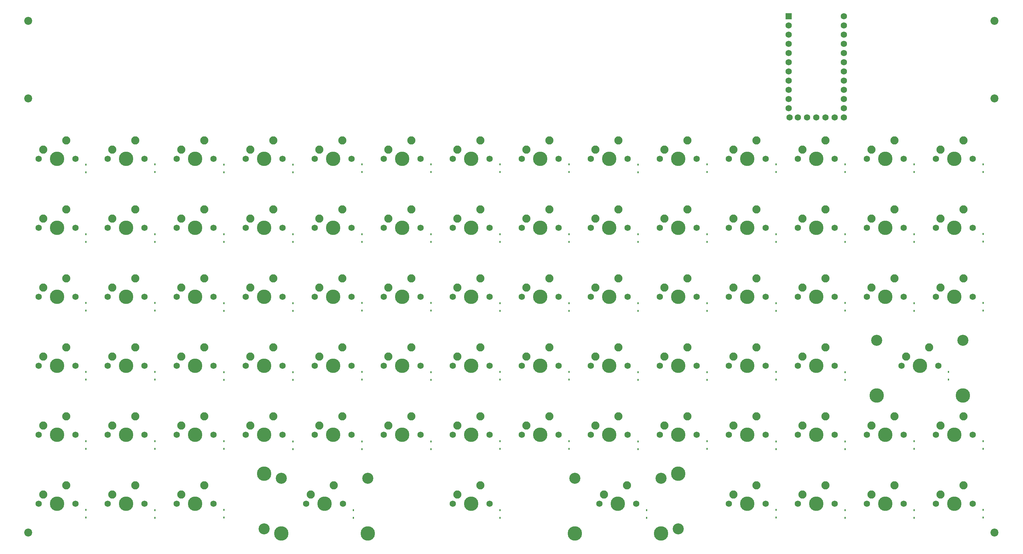
<source format=gbr>
G04 #@! TF.GenerationSoftware,KiCad,Pcbnew,5.1.9-73d0e3b20d~88~ubuntu18.04.1*
G04 #@! TF.CreationDate,2021-04-10T14:05:51-05:00*
G04 #@! TF.ProjectId,keyboard,6b657962-6f61-4726-942e-6b696361645f,rev?*
G04 #@! TF.SameCoordinates,Original*
G04 #@! TF.FileFunction,Soldermask,Bot*
G04 #@! TF.FilePolarity,Negative*
%FSLAX46Y46*%
G04 Gerber Fmt 4.6, Leading zero omitted, Abs format (unit mm)*
G04 Created by KiCad (PCBNEW 5.1.9-73d0e3b20d~88~ubuntu18.04.1) date 2021-04-10 14:05:51*
%MOMM*%
%LPD*%
G01*
G04 APERTURE LIST*
%ADD10C,2.200000*%
%ADD11C,2.250000*%
%ADD12C,3.987800*%
%ADD13C,1.750000*%
%ADD14R,0.450000X0.600000*%
%ADD15C,3.048000*%
%ADD16C,1.752600*%
%ADD17R,1.752600X1.752600*%
G04 APERTURE END LIST*
D10*
X298450000Y-173037500D03*
X31750000Y-173037500D03*
X298450000Y-31750000D03*
X298450000Y-53181250D03*
X31750000Y-53181250D03*
X31750000Y-31750000D03*
D11*
X156527500Y-83820000D03*
D12*
X153987500Y-88900000D03*
D11*
X150177500Y-86360000D03*
D13*
X148907500Y-88900000D03*
X159067500Y-88900000D03*
D11*
X194627500Y-83820000D03*
D12*
X192087500Y-88900000D03*
D11*
X188277500Y-86360000D03*
D13*
X187007500Y-88900000D03*
X197167500Y-88900000D03*
D11*
X156527500Y-64770000D03*
D12*
X153987500Y-69850000D03*
D11*
X150177500Y-67310000D03*
D13*
X148907500Y-69850000D03*
X159067500Y-69850000D03*
D11*
X118427500Y-64770000D03*
D12*
X115887500Y-69850000D03*
D11*
X112077500Y-67310000D03*
D13*
X110807500Y-69850000D03*
X120967500Y-69850000D03*
D11*
X61277500Y-64770000D03*
D12*
X58737500Y-69850000D03*
D11*
X54927500Y-67310000D03*
D13*
X53657500Y-69850000D03*
X63817500Y-69850000D03*
D14*
X47625000Y-92768750D03*
X47625000Y-90668750D03*
X66675000Y-149918750D03*
X66675000Y-147818750D03*
X161925000Y-111818750D03*
X161925000Y-109718750D03*
X85725000Y-149918750D03*
X85725000Y-147818750D03*
X85725000Y-111818750D03*
X85725000Y-109718750D03*
X123825000Y-150050000D03*
X123825000Y-147950000D03*
X276225000Y-149918750D03*
X276225000Y-147818750D03*
X180975000Y-111818750D03*
X180975000Y-109718750D03*
X47625000Y-111750000D03*
X47625000Y-109650000D03*
X142875000Y-111762500D03*
X142875000Y-109662500D03*
X66675000Y-168968750D03*
X66675000Y-166868750D03*
X295275000Y-149918750D03*
X295275000Y-147818750D03*
X202406250Y-168968750D03*
X202406250Y-166868750D03*
X161925000Y-168968750D03*
X161925000Y-166868750D03*
X121443750Y-168968750D03*
X121443750Y-166868750D03*
X238125000Y-150050000D03*
X238125000Y-147950000D03*
X47625000Y-149918750D03*
X47625000Y-147818750D03*
X257175000Y-150050000D03*
X257175000Y-147950000D03*
X238125000Y-130787500D03*
X238125000Y-128687500D03*
X85725000Y-130868750D03*
X85725000Y-128768750D03*
X295275000Y-168887500D03*
X295275000Y-166787500D03*
X123825000Y-111750000D03*
X123825000Y-109650000D03*
X257175000Y-130868750D03*
X257175000Y-128768750D03*
X66675000Y-111750000D03*
X66675000Y-109650000D03*
X238125000Y-111818750D03*
X238125000Y-109718750D03*
X276225000Y-111818750D03*
X276225000Y-109718750D03*
X219075000Y-111818750D03*
X219075000Y-109718750D03*
X161925000Y-149918750D03*
X161925000Y-147818750D03*
X257175000Y-92768750D03*
X257175000Y-90668750D03*
X238125000Y-168900000D03*
X238125000Y-166800000D03*
X180975000Y-149918750D03*
X180975000Y-147818750D03*
X257175000Y-168968750D03*
X257175000Y-166868750D03*
X219075000Y-130868750D03*
X219075000Y-128768750D03*
X200025000Y-130868750D03*
X200025000Y-128768750D03*
X180975000Y-130800000D03*
X180975000Y-128700000D03*
X200025000Y-111818750D03*
X200025000Y-109718750D03*
X161925000Y-130800000D03*
X161925000Y-128700000D03*
X142875000Y-130868750D03*
X142875000Y-128768750D03*
X123825000Y-130787500D03*
X123825000Y-128687500D03*
X295275000Y-73468750D03*
X295275000Y-71368750D03*
X276225000Y-73468750D03*
X276225000Y-71368750D03*
X257175000Y-73468750D03*
X257175000Y-71368750D03*
X238125000Y-73468750D03*
X238125000Y-71368750D03*
X219075000Y-73468750D03*
X219075000Y-71368750D03*
X200000000Y-73550000D03*
X200000000Y-71450000D03*
X180975000Y-73468750D03*
X180975000Y-71368750D03*
X161925000Y-73468750D03*
X161925000Y-71368750D03*
X142875000Y-73468750D03*
X142875000Y-71368750D03*
X123825000Y-73468750D03*
X123825000Y-71368750D03*
X104775000Y-73550000D03*
X104775000Y-71450000D03*
X85725000Y-73550000D03*
X85725000Y-71450000D03*
X66675000Y-73500000D03*
X66675000Y-71400000D03*
X47600000Y-73550000D03*
X47600000Y-71450000D03*
X276225000Y-92768750D03*
X276225000Y-90668750D03*
X285750000Y-130800000D03*
X285750000Y-128700000D03*
X104775000Y-111818750D03*
X104775000Y-109718750D03*
X276225000Y-168968750D03*
X276225000Y-166868750D03*
X219075000Y-149918750D03*
X219075000Y-147818750D03*
X104775000Y-130868750D03*
X104775000Y-128768750D03*
X47625000Y-168900000D03*
X47625000Y-166800000D03*
X47625000Y-130800000D03*
X47625000Y-128700000D03*
X200025000Y-150050000D03*
X200025000Y-147950000D03*
X257175000Y-111750000D03*
X257175000Y-109650000D03*
X104775000Y-150050000D03*
X104775000Y-147950000D03*
X295275000Y-111762500D03*
X295275000Y-109662500D03*
X295275000Y-92712500D03*
X295275000Y-90612500D03*
X142875000Y-150050000D03*
X142875000Y-147950000D03*
X85725000Y-168912500D03*
X85725000Y-166812500D03*
X66675000Y-130800000D03*
X66675000Y-128700000D03*
X219075000Y-92768750D03*
X219075000Y-90668750D03*
X200025000Y-92768750D03*
X200025000Y-90668750D03*
X180975000Y-92768750D03*
X180975000Y-90668750D03*
X161925000Y-92768750D03*
X161925000Y-90668750D03*
X142875000Y-92800000D03*
X142875000Y-90700000D03*
X123825000Y-92800000D03*
X123825000Y-90700000D03*
X104750000Y-92800000D03*
X104750000Y-90700000D03*
X85725000Y-92800000D03*
X85725000Y-90700000D03*
X66675000Y-92800000D03*
X66675000Y-90700000D03*
X238125000Y-92768750D03*
X238125000Y-90668750D03*
D11*
X194627500Y-64770000D03*
D12*
X192087500Y-69850000D03*
D11*
X188277500Y-67310000D03*
D13*
X187007500Y-69850000D03*
X197167500Y-69850000D03*
D11*
X251777500Y-64770000D03*
D12*
X249237500Y-69850000D03*
D11*
X245427500Y-67310000D03*
D13*
X244157500Y-69850000D03*
X254317500Y-69850000D03*
D11*
X289877500Y-64770000D03*
D12*
X287337500Y-69850000D03*
D11*
X283527500Y-67310000D03*
D13*
X282257500Y-69850000D03*
X292417500Y-69850000D03*
D11*
X156527500Y-160020000D03*
D12*
X153987500Y-165100000D03*
D11*
X150177500Y-162560000D03*
D13*
X148907500Y-165100000D03*
X159067500Y-165100000D03*
D15*
X96837500Y-172085000D03*
X211137500Y-172085000D03*
D12*
X96837500Y-156845000D03*
X211137500Y-156845000D03*
D16*
X244157500Y-58420000D03*
X246697500Y-58420000D03*
X249237500Y-58420000D03*
X251777500Y-58420000D03*
X254317500Y-58420000D03*
X256857500Y-30480000D03*
X241846100Y-58420000D03*
X256857500Y-33020000D03*
X256857500Y-35560000D03*
X256857500Y-38100000D03*
X256857500Y-40640000D03*
X256857500Y-43180000D03*
X256857500Y-45720000D03*
X256857500Y-48260000D03*
X256857500Y-50800000D03*
X256857500Y-53340000D03*
X256857500Y-55880000D03*
X256857500Y-58420000D03*
X241617500Y-55880000D03*
X241617500Y-53340000D03*
X241617500Y-50800000D03*
X241617500Y-48260000D03*
X241617500Y-45720000D03*
X241617500Y-43180000D03*
X241617500Y-40640000D03*
X241617500Y-38100000D03*
X241617500Y-35560000D03*
X241617500Y-33020000D03*
D17*
X241617500Y-30480000D03*
D11*
X42227500Y-83820000D03*
D12*
X39687500Y-88900000D03*
D11*
X35877500Y-86360000D03*
D13*
X34607500Y-88900000D03*
X44767500Y-88900000D03*
D11*
X61277500Y-140970000D03*
D12*
X58737500Y-146050000D03*
D11*
X54927500Y-143510000D03*
D13*
X53657500Y-146050000D03*
X63817500Y-146050000D03*
D11*
X156527500Y-102870000D03*
D12*
X153987500Y-107950000D03*
D11*
X150177500Y-105410000D03*
D13*
X148907500Y-107950000D03*
X159067500Y-107950000D03*
D11*
X80327500Y-140970000D03*
D12*
X77787500Y-146050000D03*
D11*
X73977500Y-143510000D03*
D13*
X72707500Y-146050000D03*
X82867500Y-146050000D03*
D11*
X80327500Y-102870000D03*
D12*
X77787500Y-107950000D03*
D11*
X73977500Y-105410000D03*
D13*
X72707500Y-107950000D03*
X82867500Y-107950000D03*
D11*
X118427500Y-140970000D03*
D12*
X115887500Y-146050000D03*
D11*
X112077500Y-143510000D03*
D13*
X110807500Y-146050000D03*
X120967500Y-146050000D03*
D11*
X270827500Y-140970000D03*
D12*
X268287500Y-146050000D03*
D11*
X264477500Y-143510000D03*
D13*
X263207500Y-146050000D03*
X273367500Y-146050000D03*
D11*
X175577500Y-102870000D03*
D12*
X173037500Y-107950000D03*
D11*
X169227500Y-105410000D03*
D13*
X167957500Y-107950000D03*
X178117500Y-107950000D03*
D11*
X42227500Y-102870000D03*
D12*
X39687500Y-107950000D03*
D11*
X35877500Y-105410000D03*
D13*
X34607500Y-107950000D03*
X44767500Y-107950000D03*
D11*
X137477500Y-102870000D03*
D12*
X134937500Y-107950000D03*
D11*
X131127500Y-105410000D03*
D13*
X129857500Y-107950000D03*
X140017500Y-107950000D03*
D11*
X61277500Y-160020000D03*
D12*
X58737500Y-165100000D03*
D11*
X54927500Y-162560000D03*
D13*
X53657500Y-165100000D03*
X63817500Y-165100000D03*
D11*
X289877500Y-140970000D03*
D12*
X287337500Y-146050000D03*
D11*
X283527500Y-143510000D03*
D13*
X282257500Y-146050000D03*
X292417500Y-146050000D03*
D11*
X197008750Y-160020000D03*
D12*
X194468750Y-165100000D03*
D11*
X190658750Y-162560000D03*
D13*
X189388750Y-165100000D03*
X199548750Y-165100000D03*
D15*
X182562500Y-158115000D03*
X206375000Y-158115000D03*
D12*
X182562500Y-173355000D03*
X206375000Y-173355000D03*
D11*
X116046250Y-160020000D03*
D12*
X113506250Y-165100000D03*
D11*
X109696250Y-162560000D03*
D13*
X108426250Y-165100000D03*
X118586250Y-165100000D03*
D15*
X101600000Y-158115000D03*
X125412500Y-158115000D03*
D12*
X101600000Y-173355000D03*
X125412500Y-173355000D03*
D11*
X232727500Y-140970000D03*
D12*
X230187500Y-146050000D03*
D11*
X226377500Y-143510000D03*
D13*
X225107500Y-146050000D03*
X235267500Y-146050000D03*
D11*
X42227500Y-140970000D03*
D12*
X39687500Y-146050000D03*
D11*
X35877500Y-143510000D03*
D13*
X34607500Y-146050000D03*
X44767500Y-146050000D03*
D11*
X251777500Y-140970000D03*
D12*
X249237500Y-146050000D03*
D11*
X245427500Y-143510000D03*
D13*
X244157500Y-146050000D03*
X254317500Y-146050000D03*
D11*
X232727500Y-121920000D03*
D12*
X230187500Y-127000000D03*
D11*
X226377500Y-124460000D03*
D13*
X225107500Y-127000000D03*
X235267500Y-127000000D03*
D11*
X80327500Y-121920000D03*
D12*
X77787500Y-127000000D03*
D11*
X73977500Y-124460000D03*
D13*
X72707500Y-127000000D03*
X82867500Y-127000000D03*
D11*
X289877500Y-160020000D03*
D12*
X287337500Y-165100000D03*
D11*
X283527500Y-162560000D03*
D13*
X282257500Y-165100000D03*
X292417500Y-165100000D03*
D11*
X118427500Y-102870000D03*
D12*
X115887500Y-107950000D03*
D11*
X112077500Y-105410000D03*
D13*
X110807500Y-107950000D03*
X120967500Y-107950000D03*
D11*
X251777500Y-121920000D03*
D12*
X249237500Y-127000000D03*
D11*
X245427500Y-124460000D03*
D13*
X244157500Y-127000000D03*
X254317500Y-127000000D03*
D11*
X61277500Y-102870000D03*
D12*
X58737500Y-107950000D03*
D11*
X54927500Y-105410000D03*
D13*
X53657500Y-107950000D03*
X63817500Y-107950000D03*
D11*
X232727500Y-102870000D03*
D12*
X230187500Y-107950000D03*
D11*
X226377500Y-105410000D03*
D13*
X225107500Y-107950000D03*
X235267500Y-107950000D03*
D11*
X270827500Y-102870000D03*
D12*
X268287500Y-107950000D03*
D11*
X264477500Y-105410000D03*
D13*
X263207500Y-107950000D03*
X273367500Y-107950000D03*
D11*
X213677500Y-102870000D03*
D12*
X211137500Y-107950000D03*
D11*
X207327500Y-105410000D03*
D13*
X206057500Y-107950000D03*
X216217500Y-107950000D03*
D11*
X156527500Y-140970000D03*
D12*
X153987500Y-146050000D03*
D11*
X150177500Y-143510000D03*
D13*
X148907500Y-146050000D03*
X159067500Y-146050000D03*
D11*
X251777500Y-83820000D03*
D12*
X249237500Y-88900000D03*
D11*
X245427500Y-86360000D03*
D13*
X244157500Y-88900000D03*
X254317500Y-88900000D03*
D11*
X232727500Y-160020000D03*
D12*
X230187500Y-165100000D03*
D11*
X226377500Y-162560000D03*
D13*
X225107500Y-165100000D03*
X235267500Y-165100000D03*
D11*
X175577500Y-140970000D03*
D12*
X173037500Y-146050000D03*
D11*
X169227500Y-143510000D03*
D13*
X167957500Y-146050000D03*
X178117500Y-146050000D03*
D11*
X251777500Y-160020000D03*
D12*
X249237500Y-165100000D03*
D11*
X245427500Y-162560000D03*
D13*
X244157500Y-165100000D03*
X254317500Y-165100000D03*
D11*
X213677500Y-121920000D03*
D12*
X211137500Y-127000000D03*
D11*
X207327500Y-124460000D03*
D13*
X206057500Y-127000000D03*
X216217500Y-127000000D03*
D11*
X194627500Y-121920000D03*
D12*
X192087500Y-127000000D03*
D11*
X188277500Y-124460000D03*
D13*
X187007500Y-127000000D03*
X197167500Y-127000000D03*
D11*
X175577500Y-121920000D03*
D12*
X173037500Y-127000000D03*
D11*
X169227500Y-124460000D03*
D13*
X167957500Y-127000000D03*
X178117500Y-127000000D03*
D11*
X194627500Y-102870000D03*
D12*
X192087500Y-107950000D03*
D11*
X188277500Y-105410000D03*
D13*
X187007500Y-107950000D03*
X197167500Y-107950000D03*
D11*
X156527500Y-121920000D03*
D12*
X153987500Y-127000000D03*
D11*
X150177500Y-124460000D03*
D13*
X148907500Y-127000000D03*
X159067500Y-127000000D03*
D11*
X137477500Y-121920000D03*
D12*
X134937500Y-127000000D03*
D11*
X131127500Y-124460000D03*
D13*
X129857500Y-127000000D03*
X140017500Y-127000000D03*
D11*
X118427500Y-121920000D03*
D12*
X115887500Y-127000000D03*
D11*
X112077500Y-124460000D03*
D13*
X110807500Y-127000000D03*
X120967500Y-127000000D03*
D11*
X270827500Y-64770000D03*
D12*
X268287500Y-69850000D03*
D11*
X264477500Y-67310000D03*
D13*
X263207500Y-69850000D03*
X273367500Y-69850000D03*
D11*
X232727500Y-64770000D03*
D12*
X230187500Y-69850000D03*
D11*
X226377500Y-67310000D03*
D13*
X225107500Y-69850000D03*
X235267500Y-69850000D03*
D11*
X213677500Y-64770000D03*
D12*
X211137500Y-69850000D03*
D11*
X207327500Y-67310000D03*
D13*
X206057500Y-69850000D03*
X216217500Y-69850000D03*
D11*
X175577500Y-64770000D03*
D12*
X173037500Y-69850000D03*
D11*
X169227500Y-67310000D03*
D13*
X167957500Y-69850000D03*
X178117500Y-69850000D03*
D11*
X137477500Y-64770000D03*
D12*
X134937500Y-69850000D03*
D11*
X131127500Y-67310000D03*
D13*
X129857500Y-69850000D03*
X140017500Y-69850000D03*
D11*
X99377500Y-64770000D03*
D12*
X96837500Y-69850000D03*
D11*
X93027500Y-67310000D03*
D13*
X91757500Y-69850000D03*
X101917500Y-69850000D03*
D11*
X80327500Y-64770000D03*
D12*
X77787500Y-69850000D03*
D11*
X73977500Y-67310000D03*
D13*
X72707500Y-69850000D03*
X82867500Y-69850000D03*
D11*
X42227500Y-64770000D03*
D12*
X39687500Y-69850000D03*
D11*
X35877500Y-67310000D03*
D13*
X34607500Y-69850000D03*
X44767500Y-69850000D03*
D11*
X270827500Y-83820000D03*
D12*
X268287500Y-88900000D03*
D11*
X264477500Y-86360000D03*
D13*
X263207500Y-88900000D03*
X273367500Y-88900000D03*
D11*
X280352500Y-121920000D03*
D12*
X277812500Y-127000000D03*
D11*
X274002500Y-124460000D03*
D13*
X272732500Y-127000000D03*
X282892500Y-127000000D03*
D15*
X265906250Y-120015000D03*
X289718750Y-120015000D03*
D12*
X265906250Y-135255000D03*
X289718750Y-135255000D03*
D11*
X99377500Y-102870000D03*
D12*
X96837500Y-107950000D03*
D11*
X93027500Y-105410000D03*
D13*
X91757500Y-107950000D03*
X101917500Y-107950000D03*
D11*
X270827500Y-160020000D03*
D12*
X268287500Y-165100000D03*
D11*
X264477500Y-162560000D03*
D13*
X263207500Y-165100000D03*
X273367500Y-165100000D03*
D11*
X213677500Y-140970000D03*
D12*
X211137500Y-146050000D03*
D11*
X207327500Y-143510000D03*
D13*
X206057500Y-146050000D03*
X216217500Y-146050000D03*
D11*
X99377500Y-121920000D03*
D12*
X96837500Y-127000000D03*
D11*
X93027500Y-124460000D03*
D13*
X91757500Y-127000000D03*
X101917500Y-127000000D03*
D11*
X42227500Y-160020000D03*
D12*
X39687500Y-165100000D03*
D11*
X35877500Y-162560000D03*
D13*
X34607500Y-165100000D03*
X44767500Y-165100000D03*
D11*
X42227500Y-121920000D03*
D12*
X39687500Y-127000000D03*
D11*
X35877500Y-124460000D03*
D13*
X34607500Y-127000000D03*
X44767500Y-127000000D03*
D11*
X194627500Y-140970000D03*
D12*
X192087500Y-146050000D03*
D11*
X188277500Y-143510000D03*
D13*
X187007500Y-146050000D03*
X197167500Y-146050000D03*
D11*
X251777500Y-102870000D03*
D12*
X249237500Y-107950000D03*
D11*
X245427500Y-105410000D03*
D13*
X244157500Y-107950000D03*
X254317500Y-107950000D03*
D11*
X99377500Y-140970000D03*
D12*
X96837500Y-146050000D03*
D11*
X93027500Y-143510000D03*
D13*
X91757500Y-146050000D03*
X101917500Y-146050000D03*
D11*
X289877500Y-102870000D03*
D12*
X287337500Y-107950000D03*
D11*
X283527500Y-105410000D03*
D13*
X282257500Y-107950000D03*
X292417500Y-107950000D03*
D11*
X289877500Y-83820000D03*
D12*
X287337500Y-88900000D03*
D11*
X283527500Y-86360000D03*
D13*
X282257500Y-88900000D03*
X292417500Y-88900000D03*
D11*
X137477500Y-140970000D03*
D12*
X134937500Y-146050000D03*
D11*
X131127500Y-143510000D03*
D13*
X129857500Y-146050000D03*
X140017500Y-146050000D03*
D11*
X80327500Y-160020000D03*
D12*
X77787500Y-165100000D03*
D11*
X73977500Y-162560000D03*
D13*
X72707500Y-165100000D03*
X82867500Y-165100000D03*
D11*
X61277500Y-121920000D03*
D12*
X58737500Y-127000000D03*
D11*
X54927500Y-124460000D03*
D13*
X53657500Y-127000000D03*
X63817500Y-127000000D03*
D11*
X213677500Y-83820000D03*
D12*
X211137500Y-88900000D03*
D11*
X207327500Y-86360000D03*
D13*
X206057500Y-88900000D03*
X216217500Y-88900000D03*
D11*
X175577500Y-83820000D03*
D12*
X173037500Y-88900000D03*
D11*
X169227500Y-86360000D03*
D13*
X167957500Y-88900000D03*
X178117500Y-88900000D03*
D11*
X137477500Y-83820000D03*
D12*
X134937500Y-88900000D03*
D11*
X131127500Y-86360000D03*
D13*
X129857500Y-88900000D03*
X140017500Y-88900000D03*
D11*
X118427500Y-83820000D03*
D12*
X115887500Y-88900000D03*
D11*
X112077500Y-86360000D03*
D13*
X110807500Y-88900000D03*
X120967500Y-88900000D03*
D11*
X99377500Y-83820000D03*
D12*
X96837500Y-88900000D03*
D11*
X93027500Y-86360000D03*
D13*
X91757500Y-88900000D03*
X101917500Y-88900000D03*
D11*
X80327500Y-83820000D03*
D12*
X77787500Y-88900000D03*
D11*
X73977500Y-86360000D03*
D13*
X72707500Y-88900000D03*
X82867500Y-88900000D03*
D11*
X61277500Y-83820000D03*
D12*
X58737500Y-88900000D03*
D11*
X54927500Y-86360000D03*
D13*
X53657500Y-88900000D03*
X63817500Y-88900000D03*
D11*
X232727500Y-83820000D03*
D12*
X230187500Y-88900000D03*
D11*
X226377500Y-86360000D03*
D13*
X225107500Y-88900000D03*
X235267500Y-88900000D03*
M02*

</source>
